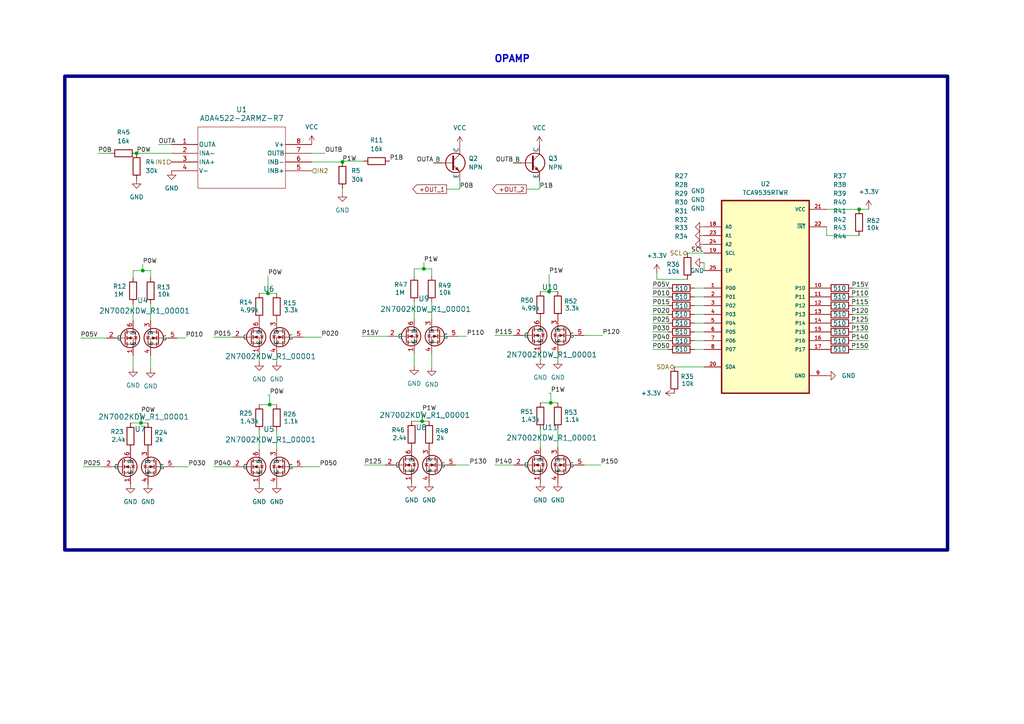
<source format=kicad_sch>
(kicad_sch (version 20230121) (generator eeschema)
  (paper "A4")
  (lib_symbols
    (symbol "2023-09-02_16-16-41:ADA4522-2ARMZ-R7" (pin_names (offset 0.254))
      (property "Reference" "U" (at 20.32 10.16 0))
      (property "Value" "ADA4522-2ARMZ-R7" (at 20.32 7.62 0))
      (symbol "ADA4522-2ARMZ-R7_0_1"
        (polyline (pts (xy 7.62 -12.7) (xy 33.02 -12.7)) (stroke (width 0.127)))
        (polyline (pts (xy 7.62 5.08) (xy 7.62 -12.7)) (stroke (width 0.127)))
        (polyline (pts (xy 33.02 -12.7) (xy 33.02 5.08)) (stroke (width 0.127)))
        (polyline (pts (xy 33.02 5.08) (xy 7.62 5.08)) (stroke (width 0.127)))
        (pin output line (at 0 0 0) (length 7.62) (name "OUTA") (number "1"))
        (pin input line (at 0 -2.54 0) (length 7.62) (name "INA-") (number "2"))
        (pin input line (at 0 -5.08 0) (length 7.62) (name "INA+") (number "3"))
        (pin power_in line (at 0 -7.62 0) (length 7.62) (name "V-") (number "4"))
        (pin input line (at 40.64 -7.62 180) (length 7.62) (name "INB+") (number "5"))
        (pin input line (at 40.64 -5.08 180) (length 7.62) (name "INB-") (number "6"))
        (pin output line (at 40.64 -2.54 180) (length 7.62) (name "OUTB") (number "7"))
        (pin power_in line (at 40.64 0 180) (length 7.62) (name "V+") (number "8"))
      )
    )
    (symbol "2023-09-03_14-36-57:2N7002KDW_R1_00001" (pin_names (offset 0.254))
      (property "Reference" "U" (at 0 17.78 0))
      (property "Value" "2N7002KDW_R1_00001" (at 0 15.24 0))
      (symbol "2N7002KDW_R1_00001_0_1"
        (circle (center -3.429 1.27) (radius 2.794) (stroke (width 0.254)))
        (circle (center -2.54 -0.508) (radius 0.254) (fill (type outline)))
        (circle (center -2.54 3.048) (radius 0.254) (fill (type outline)))
        (polyline (pts (xy -4.826 1.27) (xy -7.62 1.27)))
        (polyline (pts (xy -4.826 3.175) (xy -4.826 -0.635)) (stroke (width 0.254)))
        (polyline (pts (xy -4.318 0) (xy -4.318 -1.016)) (stroke (width 0.254)))
        (polyline (pts (xy -4.318 1.778) (xy -4.318 0.762)) (stroke (width 0.254)))
        (polyline (pts (xy -4.318 3.556) (xy -4.318 2.54)) (stroke (width 0.254)))
        (polyline (pts (xy -2.54 3.81) (xy -2.54 3.048)))
        (polyline (pts (xy 2.54 3.81) (xy 2.54 3.048)))
        (polyline (pts (xy 4.318 0) (xy 4.318 -1.016)) (stroke (width 0.254)))
        (polyline (pts (xy 4.318 1.778) (xy 4.318 0.762)) (stroke (width 0.254)))
        (polyline (pts (xy 4.318 3.556) (xy 4.318 2.54)) (stroke (width 0.254)))
        (polyline (pts (xy 4.826 1.27) (xy 7.62 1.27)))
        (polyline (pts (xy 4.826 3.175) (xy 4.826 -0.635)) (stroke (width 0.254)))
        (polyline (pts (xy -2.54 -1.27) (xy -2.54 1.27) (xy -4.318 1.27)))
        (polyline (pts (xy 2.54 -1.27) (xy 2.54 1.27) (xy 4.318 1.27)))
        (polyline (pts (xy -4.318 -0.508) (xy -1.778 -0.508) (xy -1.778 3.048) (xy -4.318 3.048)))
        (polyline (pts (xy -4.064 1.27) (xy -3.048 1.651) (xy -3.048 0.889) (xy -4.064 1.27)) (fill (type outline)))
        (polyline (pts (xy -2.286 1.778) (xy -2.159 1.651) (xy -1.397 1.651) (xy -1.27 1.524)))
        (polyline (pts (xy -1.778 1.651) (xy -2.159 1.016) (xy -1.397 1.016) (xy -1.778 1.651)))
        (polyline (pts (xy 1.778 1.651) (xy 2.159 1.016) (xy 1.397 1.016) (xy 1.778 1.651)))
        (polyline (pts (xy 2.286 1.778) (xy 2.159 1.651) (xy 1.397 1.651) (xy 1.27 1.524)))
        (polyline (pts (xy 4.064 1.27) (xy 3.048 1.651) (xy 3.048 0.889) (xy 4.064 1.27)) (fill (type outline)))
        (polyline (pts (xy 4.318 -0.508) (xy 1.778 -0.508) (xy 1.778 3.048) (xy 4.318 3.048)))
        (circle (center 2.54 -0.508) (radius 0.254) (fill (type outline)))
        (circle (center 2.54 3.048) (radius 0.254) (fill (type outline)))
        (circle (center 3.429 1.27) (radius 2.794) (stroke (width 0.254)))
      )
      (symbol "2N7002KDW_R1_00001_1_1"
        (pin passive line (at -2.54 -3.81 90) (length 2.54) (name "S") (number "1"))
        (pin input line (at -10.16 1.27 0) (length 2.54) (name "G") (number "2"))
        (pin passive line (at 2.54 6.35 270) (length 2.54) (name "D") (number "3"))
        (pin passive line (at 2.54 -3.81 90) (length 2.54) (name "S") (number "4"))
        (pin input line (at 10.16 1.27 180) (length 2.54) (name "G") (number "5"))
        (pin passive line (at -2.54 6.35 270) (length 2.54) (name "D") (number "6"))
      )
    )
    (symbol "2023-09-03_14-36-57:TCA9535RTWR" (pin_names (offset 1.016))
      (property "Reference" "U" (at -12.7 28.94 0))
      (property "Value" "TCA9535RTWR" (at -7.62 -31.75 0))
      (property "Manufacturer Part Number" "TCA9535RTWR" (at -1.27 -39.37 0))
      (property "Manufacturer" "Texas Instruments" (at -1.27 -41.91 0))
      (property "Manufacturing Note" "B" (at -1.27 -46.99 0))
      (property "Package" "SMD" (at -1.27 -44.45 0))
      (property "Description" "I/O Expander 16 I²C, SMBus 400 kHz 24-WQFN (4x4)" (at -1.27 -36.83 0))
      (symbol "TCA9535RTWR_0_0"
        (rectangle (start -12.7 27.94) (end 12.7 -27.94) (stroke (width 0.41)) (fill (type background)))
        (pin bidirectional line (at -17.78 2.54 0) (length 5.08) (name "P00") (number "1"))
        (pin bidirectional line (at 17.78 2.54 180) (length 5.08) (name "P10") (number "10"))
        (pin bidirectional line (at 17.78 0 180) (length 5.08) (name "P11") (number "11"))
        (pin bidirectional line (at 17.78 -2.54 180) (length 5.08) (name "P12") (number "12"))
        (pin bidirectional line (at 17.78 -5.08 180) (length 5.08) (name "P13") (number "13"))
        (pin bidirectional line (at 17.78 -7.62 180) (length 5.08) (name "P14") (number "14"))
        (pin bidirectional line (at 17.78 -10.16 180) (length 5.08) (name "P15") (number "15"))
        (pin bidirectional line (at 17.78 -12.7 180) (length 5.08) (name "P16") (number "16"))
        (pin bidirectional line (at 17.78 -15.24 180) (length 5.08) (name "P17") (number "17"))
        (pin input line (at -17.78 20.32 0) (length 5.08) (name "A0") (number "18"))
        (pin input line (at -17.78 12.7 0) (length 5.08) (name "SCL") (number "19"))
        (pin bidirectional line (at -17.78 0 0) (length 5.08) (name "P01") (number "2"))
        (pin bidirectional line (at -17.78 -20.32 0) (length 5.08) (name "SDA") (number "20"))
        (pin power_in line (at 17.78 25.4 180) (length 5.08) (name "VCC") (number "21"))
        (pin output line (at 17.78 20.32 180) (length 5.08) (name "~{INT}") (number "22"))
        (pin input line (at -17.78 17.78 0) (length 5.08) (name "A1") (number "23"))
        (pin input line (at -17.78 15.24 0) (length 5.08) (name "A2") (number "24"))
        (pin bidirectional line (at -17.78 7.62 0) (length 5.08) (name "EP") (number "25"))
        (pin bidirectional line (at -17.78 -2.54 0) (length 5.08) (name "P02") (number "3"))
        (pin bidirectional line (at -17.78 -5.08 0) (length 5.08) (name "P03") (number "4"))
        (pin bidirectional line (at -17.78 -7.62 0) (length 5.08) (name "P04") (number "5"))
        (pin bidirectional line (at -17.78 -10.16 0) (length 5.08) (name "P05") (number "6"))
        (pin bidirectional line (at -17.78 -12.7 0) (length 5.08) (name "P06") (number "7"))
        (pin bidirectional line (at -17.78 -15.24 0) (length 5.08) (name "P07") (number "8"))
        (pin power_in line (at 17.78 -22.86 180) (length 5.08) (name "GND") (number "9"))
      )
    )
    (symbol "Device:R" (pin_numbers hide) (pin_names (offset 0))
      (property "Reference" "R" (at 2.032 0 90))
      (property "Value" "R" (at 0 0 90))
      (symbol "R_0_1"
        (rectangle (start -1.016 -2.54) (end 1.016 2.54) (stroke (width 0.254)))
      )
      (symbol "R_1_1"
        (pin passive line (at 0 3.81 270) (length 1.27) (name "~") (number "1"))
        (pin passive line (at 0 -3.81 90) (length 1.27) (name "~") (number "2"))
      )
    )
    (symbol "Simulation_SPICE:NPN" (pin_numbers hide) (pin_names (offset 0))
      (property "Reference" "Q2" (at 5.08 1.27 0))
      (property "Value" "NPN" (at 5.08 -1.27 0))
      (symbol "NPN_0_1"
        (polyline (pts (xy -2.54 0) (xy 0.635 0)) (stroke (width 0.1524)))
        (polyline (pts (xy 0.635 0.635) (xy 2.54 2.54)))
        (polyline (pts (xy 2.794 -1.27) (xy 2.794 -1.27)) (stroke (width 0.1524)))
        (polyline (pts (xy 2.794 -1.27) (xy 2.794 -1.27)) (stroke (width 0.1524)))
        (polyline (pts (xy 0.635 -0.635) (xy 2.54 -2.54) (xy 2.54 -2.54)))
        (polyline (pts (xy 0.635 1.905) (xy 0.635 -1.905) (xy 0.635 -1.905)) (stroke (width 0.508)))
        (polyline (pts (xy 1.27 -1.778) (xy 1.778 -1.27) (xy 2.286 -2.286) (xy 1.27 -1.778) (xy 1.27 -1.778)) (fill (type outline)))
        (circle (center 1.27 0) (radius 2.8194) (stroke (width 0.254)))
      )
      (symbol "NPN_1_1"
        (pin input line (at -5.08 0 0) (length 2.54) (name "B") (number "1"))
        (pin open_emitter line (at 2.54 -5.08 90) (length 2.54) (name "E") (number "2"))
        (pin open_collector line (at 2.54 5.08 270) (length 2.54) (name "C") (number "3"))
      )
    )
    (symbol "power:+3.3V" (power) (pin_names (offset 0))
      (property "Value" "+3.3V" (at 0 3.556 0))
      (symbol "+3.3V_0_1"
        (polyline (pts (xy -0.762 1.27) (xy 0 2.54)))
        (polyline (pts (xy 0 0) (xy 0 2.54)))
        (polyline (pts (xy 0 2.54) (xy 0.762 1.27)))
      )
      (symbol "+3.3V_1_1"
        (pin power_in line (at 0 0 90) (length 0) hide (name "+3.3V") (number "1"))
      )
    )
    (symbol "power:GND" (power) (pin_names (offset 0))
      (property "Value" "GND" (at 0 -3.81 0))
      (symbol "GND_0_1"
        (polyline (pts (xy 0 0) (xy 0 -1.27) (xy 1.27 -1.27) (xy 0 -2.54) (xy -1.27 -1.27) (xy 0 -1.27)))
      )
      (symbol "GND_1_1"
        (pin power_in line (at 0 0 270) (length 0) hide (name "GND") (number "1"))
      )
    )
    (symbol "power:VCC" (power) (pin_names (offset 0))
      (property "Value" "VCC" (at 0 3.81 0))
      (symbol "VCC_0_1"
        (polyline (pts (xy -0.762 1.27) (xy 0 2.54)))
        (polyline (pts (xy 0 0) (xy 0 2.54)))
        (polyline (pts (xy 0 2.54) (xy 0.762 1.27)))
      )
      (symbol "VCC_1_1"
        (pin power_in line (at 0 0 90) (length 0) hide (name "VCC") (number "1"))
      )
    )
  )
  (junction (at 77.724 85.09))
  (junction (at 78.232 117.348))
  (junction (at 41.402 78.486))
  (junction (at 99.314 46.99))
  (junction (at 159.258 84.582))
  (junction (at 40.894 122.682))
  (junction (at 122.936 77.978))
  (junction (at 159.766 116.84))
  (junction (at 122.428 122.174))
  (junction (at 249.174 60.706))
  (junction (at 39.624 44.45))
  (wire (pts (xy 28.448 44.45) (xy 32.004 44.45)))
  (wire (pts (xy 43.688 78.486) (xy 43.688 80.518)))
  (wire (pts (xy 92.71 135.382) (xy 87.884 135.382)))
  (wire (pts (xy 199.39 81.026) (xy 190.5 81.026)))
  (wire (pts (xy 78.232 114.554) (xy 78.232 117.348)))
  (wire (pts (xy 93.218 97.79) (xy 87.884 97.79)))
  (wire (pts (xy 54.61 135.382) (xy 50.546 135.382)))
  (wire (pts (xy 152.654 54.864) (xy 156.464 54.864)))
  (wire (pts (xy 61.976 135.382) (xy 67.564 135.382)))
  (wire (pts (xy 45.974 41.91) (xy 49.784 41.91)))
  (wire (pts (xy 80.264 102.87) (xy 80.264 104.902)))
  (wire (pts (xy 251.968 96.266) (xy 247.396 96.266)))
  (wire (pts (xy 156.718 102.362) (xy 156.718 104.394)))
  (wire (pts (xy 75.184 85.09) (xy 77.724 85.09)))
  (wire (pts (xy 174.752 97.282) (xy 169.418 97.282)))
  (wire (pts (xy 43.688 103.124) (xy 43.688 106.934)))
  (wire (pts (xy 43.688 88.138) (xy 43.688 92.964)))
  (wire (pts (xy 41.402 78.486) (xy 43.688 78.486)))
  (wire (pts (xy 251.968 93.726) (xy 247.396 93.726)))
  (wire (pts (xy 38.608 88.138) (xy 38.608 92.964)))
  (wire (pts (xy 189.23 101.346) (xy 193.802 101.346)))
  (wire (pts (xy 90.424 46.99) (xy 99.314 46.99)))
  (wire (pts (xy 156.718 84.582) (xy 159.258 84.582)))
  (wire (pts (xy 201.422 98.806) (xy 204.216 98.806)))
  (wire (pts (xy 99.314 46.736) (xy 99.314 46.99)))
  (wire (pts (xy 41.402 76.708) (xy 41.402 78.486)))
  (wire (pts (xy 189.23 93.726) (xy 193.802 93.726)))
  (wire (pts (xy 159.258 84.582) (xy 161.798 84.582)))
  (wire (pts (xy 161.798 124.46) (xy 161.798 129.794)))
  (wire (pts (xy 249.174 68.326) (xy 239.776 68.326)))
  (wire (pts (xy 105.664 134.874) (xy 111.76 134.874)))
  (wire (pts (xy 122.936 77.978) (xy 125.222 77.978)))
  (wire (pts (xy 40.894 122.682) (xy 42.926 122.682)))
  (wire (pts (xy 156.464 54.864) (xy 156.464 52.324)))
  (wire (pts (xy 75.184 102.87) (xy 75.184 104.902)))
  (wire (pts (xy 37.846 122.682) (xy 40.894 122.682)))
  (wire (pts (xy 159.766 114.046) (xy 159.258 114.046)))
  (wire (pts (xy 129.54 54.864) (xy 133.35 54.864)))
  (wire (pts (xy 39.624 44.45) (xy 49.784 44.45)))
  (wire (pts (xy 251.968 60.706) (xy 249.174 60.706)))
  (wire (pts (xy 77.724 80.01) (xy 77.724 85.09)))
  (wire (pts (xy 251.968 98.806) (xy 247.396 98.806)))
  (wire (pts (xy 122.936 76.2) (xy 122.936 77.978)))
  (wire (pts (xy 201.422 88.646) (xy 204.216 88.646)))
  (wire (pts (xy 80.264 124.968) (xy 80.264 130.302)))
  (wire (pts (xy 40.894 119.888) (xy 40.894 122.682)))
  (wire (pts (xy 135.382 97.536) (xy 132.842 97.536)))
  (wire (pts (xy 40.894 119.888) (xy 40.386 119.888)))
  (wire (pts (xy 143.51 134.874) (xy 149.098 134.874)))
  (wire (pts (xy 77.724 85.09) (xy 80.264 85.09)))
  (wire (pts (xy 78.232 117.348) (xy 80.264 117.348)))
  (wire (pts (xy 201.422 101.346) (xy 204.216 101.346)))
  (wire (pts (xy 189.23 98.806) (xy 193.802 98.806)))
  (wire (pts (xy 195.58 106.426) (xy 204.216 106.426)))
  (wire (pts (xy 189.23 96.266) (xy 193.802 96.266)))
  (wire (pts (xy 125.222 102.616) (xy 125.222 106.426)))
  (wire (pts (xy 201.422 91.186) (xy 204.216 91.186)))
  (wire (pts (xy 174.244 134.874) (xy 169.418 134.874)))
  (wire (pts (xy 251.968 83.566) (xy 247.396 83.566)))
  (wire (pts (xy 239.776 68.326) (xy 239.776 65.786)))
  (wire (pts (xy 38.608 78.486) (xy 41.402 78.486)))
  (wire (pts (xy 189.23 88.646) (xy 193.802 88.646)))
  (wire (pts (xy 199.39 73.406) (xy 204.216 73.406)))
  (wire (pts (xy 251.968 91.186) (xy 247.396 91.186)))
  (wire (pts (xy 61.976 97.79) (xy 67.564 97.79)))
  (wire (pts (xy 53.848 98.044) (xy 51.308 98.044)))
  (wire (pts (xy 24.13 135.382) (xy 30.226 135.382)))
  (wire (pts (xy 143.51 97.282) (xy 149.098 97.282)))
  (wire (pts (xy 38.608 78.486) (xy 38.608 80.518)))
  (wire (pts (xy 159.258 79.502) (xy 159.258 84.582)))
  (wire (pts (xy 156.718 116.84) (xy 159.766 116.84)))
  (wire (pts (xy 159.766 114.046) (xy 159.766 116.84)))
  (wire (pts (xy 251.968 101.346) (xy 247.396 101.346)))
  (wire (pts (xy 125.222 77.978) (xy 125.222 80.01)))
  (wire (pts (xy 99.314 54.61) (xy 99.314 55.88)))
  (wire (pts (xy 94.234 44.45) (xy 90.424 44.45)))
  (wire (pts (xy 120.142 87.63) (xy 120.142 92.456)))
  (wire (pts (xy 136.144 134.874) (xy 132.08 134.874)))
  (wire (pts (xy 75.184 124.968) (xy 75.184 130.302)))
  (wire (pts (xy 201.422 93.726) (xy 204.216 93.726)))
  (wire (pts (xy 251.968 88.646) (xy 247.396 88.646)))
  (wire (pts (xy 189.23 91.186) (xy 193.802 91.186)))
  (wire (pts (xy 122.428 119.38) (xy 121.92 119.38)))
  (wire (pts (xy 161.798 102.362) (xy 161.798 104.394)))
  (wire (pts (xy 189.23 86.106) (xy 193.802 86.106)))
  (wire (pts (xy 120.142 77.978) (xy 120.142 80.01)))
  (wire (pts (xy 159.766 116.84) (xy 161.798 116.84)))
  (wire (pts (xy 119.38 122.174) (xy 122.428 122.174)))
  (wire (pts (xy 23.368 98.044) (xy 30.988 98.044)))
  (wire (pts (xy 122.428 122.174) (xy 124.46 122.174)))
  (wire (pts (xy 104.902 97.536) (xy 112.522 97.536)))
  (wire (pts (xy 78.232 114.554) (xy 77.724 114.554)))
  (wire (pts (xy 125.222 87.63) (xy 125.222 92.456)))
  (wire (pts (xy 190.5 81.026) (xy 190.5 79.248)))
  (wire (pts (xy 120.142 77.978) (xy 122.936 77.978)))
  (wire (pts (xy 38.608 103.124) (xy 38.608 106.68)))
  (wire (pts (xy 201.422 96.266) (xy 204.216 96.266)))
  (wire (pts (xy 156.718 124.46) (xy 156.718 129.794)))
  (wire (pts (xy 189.23 83.566) (xy 193.802 83.566)))
  (wire (pts (xy 249.174 60.706) (xy 239.776 60.706)))
  (wire (pts (xy 105.41 46.736) (xy 99.314 46.736)))
  (wire (pts (xy 201.422 83.566) (xy 204.216 83.566)))
  (wire (pts (xy 75.184 117.348) (xy 78.232 117.348)))
  (wire (pts (xy 251.968 86.106) (xy 247.396 86.106)))
  (wire (pts (xy 122.428 119.38) (xy 122.428 122.174)))
  (wire (pts (xy 120.142 102.616) (xy 120.142 106.172)))
  (wire (pts (xy 204.216 76.2) (xy 204.216 78.486)))
  (wire (pts (xy 133.35 54.864) (xy 133.35 52.324)))
  (wire (pts (xy 201.422 86.106) (xy 204.216 86.106)))
  (rectangle (start 18.796 22.098) (end 274.828 159.512) (stroke (width 1) (color 0 0 132 1)))
  (text "OPAMP\n\n" (at 143.256 21.59 0) (effects (font (size 2 2) (thickness 0.4) bold) (justify left bottom)))
  (label "OUTA" (at 45.974 41.91 0))
  (label "P1W" (at 159.258 79.502 0))
  (label "P0W" (at 39.624 44.45 0))
  (label "P025" (at 24.13 135.382 0))
  (label "P030" (at 54.61 135.382 0))
  (label "SCL" (at 200.406 73.406 0))
  (label "P020" (at 93.218 97.79 0))
  (label "OUTA" (at 125.73 47.244 180))
  (label "P125" (at 251.968 93.726 180))
  (label "P130" (at 136.144 134.874 0))
  (label "P030" (at 189.23 96.266 0))
  (label "P1B" (at 113.03 46.736 0))
  (label "P150" (at 251.968 101.346 180))
  (label "P010" (at 53.848 98.044 0))
  (label "P050" (at 92.71 135.382 0))
  (label "P0W" (at 41.402 76.708 0))
  (label "P020" (at 189.23 91.186 0))
  (label "OUTB" (at 148.844 47.244 180))
  (label "OUTB" (at 94.234 44.45 0))
  (label "P040" (at 61.976 135.382 0))
  (label "P150" (at 174.244 134.874 0))
  (label "P0B" (at 28.448 44.45 0))
  (label "P15V" (at 104.902 97.536 0))
  (label "P015" (at 61.976 97.79 0))
  (label "P110" (at 135.382 97.536 0))
  (label "P1W" (at 159.766 114.046 0))
  (label "P120" (at 174.752 97.282 0))
  (label "P1B" (at 156.464 54.864 0))
  (label "P025" (at 189.23 93.726 0))
  (label "P15V" (at 251.968 83.566 180))
  (label "P05V" (at 189.23 83.566 0))
  (label "P040" (at 189.23 98.806 0))
  (label "P115" (at 143.51 97.282 0))
  (label "P05V" (at 23.368 98.044 0))
  (label "P015" (at 189.23 88.646 0))
  (label "P1W" (at 122.428 119.38 0))
  (label "P1W" (at 122.936 76.2 0))
  (label "P110" (at 251.968 86.106 180))
  (label "P1W" (at 99.314 46.99 0))
  (label "P140" (at 143.51 134.874 0))
  (label "P050" (at 189.23 101.346 0))
  (label "P140" (at 251.968 98.806 180))
  (label "P010" (at 189.23 86.106 0))
  (label "P125" (at 105.664 134.874 0))
  (label "P0B" (at 133.35 54.864 0))
  (label "P120" (at 251.968 91.186 180))
  (label "P0W" (at 40.894 119.888 0))
  (label "P0W" (at 78.232 114.554 0))
  (label "P130" (at 251.968 96.266 180))
  (label "P115" (at 251.968 88.646 180))
  (label "P0W" (at 77.724 80.01 0))
  (global_label "+OUT_2" (shape output) (at 152.654 54.864 180) (property "Intersheetrefs" "${INTERSHEET_REFS}" (effects hide)))
  (global_label "+OUT_1" (shape output) (at 129.54 54.864 180) (property "Intersheetrefs" "${INTERSHEET_REFS}" (effects hide)))
  (hierarchical_label "IN1" (shape input) (at 49.784 46.99 180))
  (hierarchical_label "SDA" (shape bidirectional) (at 195.58 106.426 180))
  (hierarchical_label "SCL" (shape bidirectional) (at 199.39 73.406 180))
  (hierarchical_label "IN2" (shape input) (at 90.424 49.53 0))
  (symbol (lib_id "power:GND") (at 161.798 139.954 0) (unit 1)
    (property "Reference" "#PWR099" (effects hide))
    (property "Value" "GND" (at 161.798 145.034 0))
  )
  (symbol (lib_id "power:GND") (at 39.624 52.07 0) (unit 1)
    (property "Reference" "#PWR011" (effects hide))
    (property "Value" "GND" (at 39.624 57.15 0))
  )
  (symbol (lib_id "Simulation_SPICE:NPN") (at 130.81 47.244 0) (unit 1)
    (property "Reference" "Q2" (at 135.89 45.974 0) (effects (justify left)))
    (property "Value" "NPN" (at 135.89 48.514 0) (effects (justify left)))
    (property "Footprint" "Package_TO_SOT_SMD:SOT-23" (effects hide))
    (property "Sim.Device" "NPN" (effects hide))
    (property "Sim.Type" "GUMMELPOON" (effects hide))
    (property "Sim.Pins" "1=B 2=C 3=E" (effects hide))
    (property "Manufacturer" "On Semiconductor" (effects hide))
    (property "Manufacturer Part Number" "NSS60201LT1G" (effects hide))
    (property "Description" "TRANS NPN 60V 2A SOT23-3" (effects hide))
    (property "Long Description" "Bipolar (BJT) Transistor NPN 60 V 2 A 100MHz 460 mW Surface Mount SOT-23-3 (TO-236)" (effects hide))
    (property "Package" "SOT23-3" (effects hide))
    (property "Manufacturing Note" "B" (effects hide))
  )
  (symbol (lib_id "Device:R") (at 243.586 93.726 270) (mirror x) (unit 1)
    (property "Reference" "R41" (at 243.586 61.214 90))
    (property "Value" "510" (at 243.586 96.266 90))
    (property "Footprint" "Resistor_SMD:R_0402_1005Metric" (effects hide))
    (property "Manufacturer" "Yageo" (effects hide))
    (property "Manufacturer Part Number" "RC0402FR-10510RL" (effects hide))
    (property "Manufacturing Note" "D" (effects hide))
    (property "Description" "RES 510 OHM 1% 1/16W 0402" (effects hide))
    (property "Long Description" "510 Ohms ±1% 0.063W, 1/16W Chip Resistor 0402 (1005 Metric) Thick Film" (effects hide))
  )
  (symbol (lib_id "power:GND") (at 204.216 68.326 270) (unit 1)
    (property "Reference" "#PWR089" (effects hide))
    (property "Value" "GND" (at 204.47 57.912 90) (effects (justify right)))
  )
  (symbol (lib_id "Device:R") (at 42.926 126.492 0) (unit 1)
    (property "Reference" "R24" (at 44.704 125.476 0) (effects (justify left)))
    (property "Value" "2k" (at 44.958 127.508 0) (effects (justify left)))
    (property "Footprint" "Resistor_SMD:R_0402_1005Metric" (effects hide))
    (property "Manufacturer" "Yageo" (effects hide))
    (property "Manufacturer Part Number" "RC0402FR-072KL" (effects hide))
    (property "Manufacturing Note" "D" (effects hide))
    (property "Description" "RES 2K OHM 1% 1/16W 0402" (effects hide))
    (property "Long Description" "2 kOhms ±1% 0.063W, 1/16W Chip Resistor 0402 (1005 Metric) Thick Film" (effects hide))
  )
  (symbol (lib_id "2023-09-03_14-36-57:2N7002KDW_R1_00001") (at 121.92 136.144 0) (unit 1)
    (property "Reference" "U8" (at 122.174 123.952 0) (effects (font (size 1.524 1.524))))
    (property "Value" "2N7002KDW_R1_00001" (at 123.19 120.396 0) (effects (font (size 1.524 1.524))))
    (property "Footprint" "SOT-363-6_2P2X1P35_ONS" (effects hide))
    (property "Datasheet" "2N7002KDW_R1_00001" (effects hide))
    (property "Manufacturer" "Panjit International Inc." (effects hide))
    (property "Manufacturer Part Number" "2N7002KDW_R1_00001" (effects hide))
    (property "Description" "MOSFET 2N-CH 60V 0.115A SOT363" (effects hide))
    (property "Manufacturing Note" "B" (effects hide))
    (property "Package" "SOT363" (effects hide))
  )
  (symbol (lib_id "Device:R") (at 80.264 121.158 0) (unit 1)
    (property "Reference" "R26" (at 82.042 120.142 0) (effects (justify left)))
    (property "Value" "1.1k" (at 82.296 122.174 0) (effects (justify left)))
    (property "Footprint" "Resistor_SMD:R_0402_1005Metric" (effects hide))
    (property "Manufacturer" "Yageo" (effects hide))
    (property "Manufacturer Part Number" "RT0402BRD071K1L" (effects hide))
    (property "Manufacturing Note" "D" (effects hide))
    (property "Description" "RES SMD 1.1KOHM 0.1% 1/16W 0402" (effects hide))
    (property "Long Description" "1.1 kOhms ±0.1% 0.063W, 1/16W Chip Resistor 0402 (1005 Metric) Thick Film" (effects hide))
  )
  (symbol (lib_id "Device:R") (at 43.688 84.328 0) (unit 1)
    (property "Reference" "R13" (at 45.466 83.312 0) (effects (justify left)))
    (property "Value" "10k" (at 45.72 85.344 0) (effects (justify left)))
    (property "Footprint" "Resistor_SMD:R_0402_1005Metric" (effects hide))
    (property "Manufacturer" "Yageo" (effects hide))
    (property "Manufacturer Part Number" "RC0402FR-1010KL" (effects hide))
    (property "Manufacturing Note" "D" (effects hide))
    (property "Description" "RES 10K OHM 1% 1/16W 0402" (effects hide))
    (property "Long Description" "10 kOhms ±1% 0.063W, 1/16W Chip Resistor 0402 (1005 Metric) Thick Film" (effects hide))
  )
  (symbol (lib_id "2023-09-03_14-36-57:2N7002KDW_R1_00001") (at 159.258 136.144 0) (unit 1)
    (property "Reference" "U11" (at 159.512 123.952 0) (effects (font (size 1.524 1.524))))
    (property "Value" "2N7002KDW_R1_00001" (at 160.02 127 0) (effects (font (size 1.524 1.524))))
    (property "Footprint" "SOT-363-6_2P2X1P35_ONS" (effects hide))
    (property "Datasheet" "2N7002KDW_R1_00001" (effects hide))
    (property "Manufacturer" "Panjit International Inc." (effects hide))
    (property "Manufacturer Part Number" "2N7002KDW_R1_00001" (effects hide))
    (property "Description" "MOSFET 2N-CH 60V 0.115A SOT363" (effects hide))
    (property "Manufacturing Note" "B" (effects hide))
    (property "Package" "SOT363" (effects hide))
  )
  (symbol (lib_id "Device:R") (at 197.612 93.726 90) (unit 1)
    (property "Reference" "R31" (at 197.612 61.214 90))
    (property "Value" "510" (at 197.612 96.266 90))
    (property "Footprint" "Resistor_SMD:R_0402_1005Metric" (effects hide))
    (property "Manufacturer" "Yageo" (effects hide))
    (property "Manufacturer Part Number" "RC0402FR-10510RL" (effects hide))
    (property "Manufacturing Note" "D" (effects hide))
    (property "Description" "RES 510 OHM 1% 1/16W 0402" (effects hide))
    (property "Long Description" "510 Ohms ±1% 0.063W, 1/16W Chip Resistor 0402 (1005 Metric) Thick Film" (effects hide))
  )
  (symbol (lib_id "Device:R") (at 156.718 88.392 0) (unit 1)
    (property "Reference" "R50" (at 150.876 87.122 0) (effects (justify left)))
    (property "Value" "4.99k" (at 151.13 89.408 0) (effects (justify left)))
    (property "Footprint" "Resistor_SMD:R_0402_1005Metric" (effects hide))
    (property "Manufacturer" "Yageo" (effects hide))
    (property "Manufacturer Part Number" "RC0402FR-074K99L" (effects hide))
    (property "Manufacturing Note" "D" (effects hide))
    (property "Description" "RES 4.99K OHM 1% 1/16W 0402" (effects hide))
    (property "Long Description" "4.99 kOhms ±1% 0.063W, 1/16W Chip Resistor 0402 (1005 Metric) Thick Film" (effects hide))
  )
  (symbol (lib_id "power:GND") (at 37.846 140.462 0) (unit 1)
    (property "Reference" "#PWR081" (effects hide))
    (property "Value" "GND" (at 37.846 145.542 0))
  )
  (symbol (lib_id "Device:R") (at 197.612 91.186 90) (unit 1)
    (property "Reference" "R30" (at 197.612 58.674 90))
    (property "Value" "510" (at 197.6667 88.7144 90))
    (property "Footprint" "Resistor_SMD:R_0402_1005Metric" (effects hide))
    (property "Manufacturer" "Yageo" (effects hide))
    (property "Manufacturer Part Number" "RC0402FR-10510RL" (effects hide))
    (property "Manufacturing Note" "D" (effects hide))
    (property "Description" "RES 510 OHM 1% 1/16W 0402" (effects hide))
    (property "Long Description" "510 Ohms ±1% 0.063W, 1/16W Chip Resistor 0402 (1005 Metric) Thick Film" (effects hide))
  )
  (symbol (lib_id "Device:R") (at 80.264 88.9 0) (unit 1)
    (property "Reference" "R15" (at 82.042 87.884 0) (effects (justify left)))
    (property "Value" "3.3k" (at 82.296 89.916 0) (effects (justify left)))
    (property "Footprint" "Resistor_SMD:R_0402_1005Metric" (effects hide))
    (property "Manufacturer" "Yageo" (effects hide))
    (property "Manufacturer Part Number" "RC0402FR-073K3L" (effects hide))
    (property "Manufacturing Note" "D" (effects hide))
    (property "Description" "RES 3.3K OHM 1% 1/16W 0402" (effects hide))
    (property "Long Description" "3.3 kOhms ±1% 0.063W, 1/16W Chip Resistor 0402 (1005 Metric) Thick Film" (effects hide))
  )
  (symbol (lib_id "power:VCC") (at 90.424 41.91 0) (unit 1)
    (property "Reference" "#PWR09" (effects hide))
    (property "Value" "VCC" (at 90.424 36.83 0))
  )
  (symbol (lib_id "Device:R") (at 161.798 88.392 0) (unit 1)
    (property "Reference" "R52" (at 163.576 87.376 0) (effects (justify left)))
    (property "Value" "3.3k" (at 163.83 89.408 0) (effects (justify left)))
    (property "Footprint" "Resistor_SMD:R_0402_1005Metric" (effects hide))
    (property "Manufacturer" "Yageo" (effects hide))
    (property "Manufacturer Part Number" "RC0402FR-073K3L" (effects hide))
    (property "Manufacturing Note" "D" (effects hide))
    (property "Description" "RES 3.3K OHM 1% 1/16W 0402" (effects hide))
    (property "Long Description" "3.3 kOhms ±1% 0.063W, 1/16W Chip Resistor 0402 (1005 Metric) Thick Film" (effects hide))
  )
  (symbol (lib_id "power:GND") (at 43.688 106.934 0) (unit 1)
    (property "Reference" "#PWR013" (effects hide))
    (property "Value" "GND" (at 43.688 112.014 0))
  )
  (symbol (lib_id "Device:R") (at 243.586 101.346 270) (mirror x) (unit 1)
    (property "Reference" "R44" (at 243.586 68.58 90))
    (property "Value" "510" (at 243.5313 98.8744 90))
    (property "Footprint" "Resistor_SMD:R_0402_1005Metric" (effects hide))
    (property "Manufacturer" "Yageo" (effects hide))
    (property "Manufacturer Part Number" "RC0402FR-10510RL" (effects hide))
    (property "Manufacturing Note" "D" (effects hide))
    (property "Description" "RES 510 OHM 1% 1/16W 0402" (effects hide))
    (property "Long Description" "510 Ohms ±1% 0.063W, 1/16W Chip Resistor 0402 (1005 Metric) Thick Film" (effects hide))
  )
  (symbol (lib_id "Device:R") (at 99.314 50.8 0) (unit 1)
    (property "Reference" "R5" (at 101.854 49.53 0) (effects (justify left)))
    (property "Value" "30k" (at 101.854 52.07 0) (effects (justify left)))
    (property "Footprint" "Resistor_SMD:R_0402_1005Metric" (effects hide))
    (property "Manufacturer" "Yageo" (effects hide))
    (property "Manufacturer Part Number" "RT0402BRD0730KL" (effects hide))
    (property "Manufacturing Note" "D" (effects hide))
    (property "Description" "RES 30K OHM 1% 1/16W 0402" (effects hide))
    (property "Long Description" "30 kOhms ±0.1% 0.063W, 1/16W Chip Resistor 0402 (1005 Metric) Thick Film" (effects hide))
  )
  (symbol (lib_id "Device:R") (at 37.846 126.492 0) (unit 1)
    (property "Reference" "R23" (at 32.004 125.222 0) (effects (justify left)))
    (property "Value" "2.4k" (at 32.258 127.508 0) (effects (justify left)))
    (property "Footprint" "Resistor_SMD:R_0402_1005Metric" (effects hide))
    (property "Manufacturer" "Yageo" (effects hide))
    (property "Manufacturer Part Number" "RC0402FR-072K4L" (effects hide))
    (property "Manufacturing Note" "D" (effects hide))
    (property "Description" "RES 2.4K OHM 1% 1/16W 0402" (effects hide))
    (property "Long Description" "2.4 kOhms ±1% 0.063W, 1/16W Chip Resistor 0402 (1005 Metric) Thick Film" (effects hide))
  )
  (symbol (lib_id "power:GND") (at 204.216 65.786 270) (unit 1)
    (property "Reference" "#PWR088" (effects hide))
    (property "Value" "GND" (at 204.47 55.372 90) (effects (justify right)))
  )
  (symbol (lib_id "2023-09-03_14-36-57:2N7002KDW_R1_00001") (at 122.682 98.806 0) (unit 1)
    (property "Reference" "U9" (at 122.936 86.614 0) (effects (font (size 1.524 1.524))))
    (property "Value" "2N7002KDW_R1_00001" (at 123.444 89.662 0) (effects (font (size 1.524 1.524))))
    (property "Footprint" "SOT-363-6_2P2X1P35_ONS" (effects hide))
    (property "Datasheet" "2N7002KDW_R1_00001" (effects hide))
    (property "Manufacturer" "Panjit International Inc." (effects hide))
    (property "Manufacturer Part Number" "2N7002KDW_R1_00001" (effects hide))
    (property "Description" "MOSFET 2N-CH 60V 0.115A SOT363" (effects hide))
    (property "Manufacturing Note" "B" (effects hide))
    (property "Package" "SOT363" (effects hide))
  )
  (symbol (lib_id "2023-09-03_14-36-57:2N7002KDW_R1_00001") (at 159.258 98.552 0) (unit 1)
    (property "Reference" "U10" (at 159.512 83.312 0) (effects (font (size 1.524 1.524))))
    (property "Value" "2N7002KDW_R1_00001" (at 160.02 102.87 0) (effects (font (size 1.524 1.524))))
    (property "Footprint" "SOT-363-6_2P2X1P35_ONS" (effects hide))
    (property "Datasheet" "2N7002KDW_R1_00001" (effects hide))
    (property "Manufacturer" "Panjit International Inc." (effects hide))
    (property "Manufacturer Part Number" "2N7002KDW_R1_00001" (effects hide))
    (property "Description" "MOSFET 2N-CH 60V 0.115A SOT363" (effects hide))
    (property "Manufacturing Note" "B" (effects hide))
    (property "Package" "SOT363" (effects hide))
  )
  (symbol (lib_id "Device:R") (at 124.46 125.984 0) (unit 1)
    (property "Reference" "R48" (at 126.238 124.968 0) (effects (justify left)))
    (property "Value" "2k" (at 126.492 127 0) (effects (justify left)))
    (property "Footprint" "Resistor_SMD:R_0402_1005Metric" (effects hide))
    (property "Manufacturer" "Yageo" (effects hide))
    (property "Manufacturer Part Number" "RC0402FR-072KL" (effects hide))
    (property "Manufacturing Note" "D" (effects hide))
    (property "Description" "RES 2K OHM 1% 1/16W 0402" (effects hide))
    (property "Long Description" "2 kOhms ±1% 0.063W, 1/16W Chip Resistor 0402 (1005 Metric) Thick Film" (effects hide))
  )
  (symbol (lib_id "2023-09-03_14-36-57:2N7002KDW_R1_00001") (at 77.724 136.652 0) (unit 1)
    (property "Reference" "U5" (at 77.978 124.46 0) (effects (font (size 1.524 1.524))))
    (property "Value" "2N7002KDW_R1_00001" (at 78.486 127.508 0) (effects (font (size 1.524 1.524))))
    (property "Footprint" "SOT-363-6_2P2X1P35_ONS" (effects hide))
    (property "Datasheet" "2N7002KDW_R1_00001" (effects hide))
    (property "Manufacturer" "Panjit International Inc." (effects hide))
    (property "Manufacturer Part Number" "2N7002KDW_R1_00001" (effects hide))
    (property "Description" "MOSFET 2N-CH 60V 0.115A SOT363" (effects hide))
    (property "Manufacturing Note" "B" (effects hide))
    (property "Package" "SOT363" (effects hide))
  )
  (symbol (lib_id "Device:R") (at 119.38 125.984 0) (unit 1)
    (property "Reference" "R46" (at 113.538 124.714 0) (effects (justify left)))
    (property "Value" "2.4k" (at 113.792 127 0) (effects (justify left)))
    (property "Footprint" "Resistor_SMD:R_0402_1005Metric" (effects hide))
    (property "Manufacturer" "Yageo" (effects hide))
    (property "Manufacturer Part Number" "RC0402FR-072K4L" (effects hide))
    (property "Manufacturing Note" "D" (effects hide))
    (property "Description" "RES 2.4K OHM 1% 1/16W 0402" (effects hide))
    (property "Long Description" "2.4 kOhms ±1% 0.063W, 1/16W Chip Resistor 0402 (1005 Metric) Thick Film" (effects hide))
  )
  (symbol (lib_id "Device:R") (at 243.586 83.566 270) (mirror x) (unit 1)
    (property "Reference" "R37" (at 243.586 51.054 90))
    (property "Value" "510" (at 243.586 86.106 90))
    (property "Footprint" "Resistor_SMD:R_0402_1005Metric" (effects hide))
    (property "Manufacturer" "Yageo" (effects hide))
    (property "Manufacturer Part Number" "RC0402FR-10510RL" (effects hide))
    (property "Manufacturing Note" "D" (effects hide))
    (property "Description" "RES 510 OHM 1% 1/16W 0402" (effects hide))
    (property "Long Description" "510 Ohms ±1% 0.063W, 1/16W Chip Resistor 0402 (1005 Metric) Thick Film" (effects hide))
  )
  (symbol (lib_id "Device:R") (at 249.174 64.516 0) (mirror y) (unit 1)
    (property "Reference" "R62" (at 255.27 64.008 0) (effects (justify left)))
    (property "Value" "10k" (at 255.016 66.04 0) (effects (justify left)))
    (property "Footprint" "Resistor_SMD:R_0402_1005Metric" (effects hide))
    (property "Manufacturer" "Yageo" (effects hide))
    (property "Manufacturer Part Number" "RC0402FR-1010KL" (effects hide))
    (property "Manufacturing Note" "D" (effects hide))
    (property "Description" "RES 10K OHM 1% 1/16W 0402" (effects hide))
    (property "Long Description" "10 kOhms ±1% 0.063W, 1/16W Chip Resistor 0402 (1005 Metric) Thick Film" (effects hide))
  )
  (symbol (lib_id "2023-09-03_14-36-57:TCA9535RTWR") (at 221.996 86.106 0) (unit 1)
    (property "Reference" "U2" (at 221.996 53.34 0))
    (property "Value" "TCA9535RTWR" (at 221.996 55.88 0))
    (property "Footprint" "Library:QFN50P400X400X80-25N" (effects hide))
    (property "Manufacturer Part Number" "TCA9535RTWR" (effects hide))
    (property "Manufacturer" "Texas Instruments" (effects hide))
    (property "Manufacturing Note" "B" (effects hide))
    (property "Package" "SMD" (effects hide))
    (property "Description" "I/O Expander 16 I²C, SMBus 400 kHz 24-WQFN (4x4)" (effects hide))
  )
  (symbol (lib_id "Device:R") (at 197.612 98.806 90) (unit 1)
    (property "Reference" "R33" (at 197.612 66.04 90))
    (property "Value" "510" (at 197.612 101.346 90))
    (property "Footprint" "Resistor_SMD:R_0402_1005Metric" (effects hide))
    (property "Manufacturer" "Yageo" (effects hide))
    (property "Manufacturer Part Number" "RC0402FR-10510RL" (effects hide))
    (property "Manufacturing Note" "D" (effects hide))
    (property "Description" "RES 510 OHM 1% 1/16W 0402" (effects hide))
    (property "Long Description" "510 Ohms ±1% 0.063W, 1/16W Chip Resistor 0402 (1005 Metric) Thick Film" (effects hide))
  )
  (symbol (lib_id "Device:R") (at 243.586 91.186 270) (mirror x) (unit 1)
    (property "Reference" "R40" (at 243.586 58.674 90))
    (property "Value" "510" (at 243.5313 88.7144 90))
    (property "Footprint" "Resistor_SMD:R_0402_1005Metric" (effects hide))
    (property "Manufacturer" "Yageo" (effects hide))
    (property "Manufacturer Part Number" "RC0402FR-10510RL" (effects hide))
    (property "Manufacturing Note" "D" (effects hide))
    (property "Description" "RES 510 OHM 1% 1/16W 0402" (effects hide))
    (property "Long Description" "510 Ohms ±1% 0.063W, 1/16W Chip Resistor 0402 (1005 Metric) Thick Film" (effects hide))
  )
  (symbol (lib_id "power:GND") (at 239.776 108.966 90) (unit 1)
    (property "Reference" "#PWR086" (effects hide))
    (property "Value" "GND" (at 244.094 108.966 90) (effects (justify right)))
  )
  (symbol (lib_id "power:GND") (at 99.314 55.88 0) (unit 1)
    (property "Reference" "#PWR014" (effects hide))
    (property "Value" "GND" (at 99.314 60.96 0))
  )
  (symbol (lib_id "power:GND") (at 75.184 140.462 0) (unit 1)
    (property "Reference" "#PWR083" (effects hide))
    (property "Value" "GND" (at 75.184 145.542 0))
  )
  (symbol (lib_id "Device:R") (at 35.814 44.45 90) (unit 1)
    (property "Reference" "R45" (at 35.814 38.354 90))
    (property "Value" "16k" (at 35.814 40.894 90))
    (property "Footprint" "Resistor_SMD:R_0402_1005Metric" (effects hide))
    (property "Manufacturer" "Yageo" (effects hide))
    (property "Manufacturer Part Number" "RC0402FR-1016KL" (effects hide))
    (property "Manufacturing Note" "D" (effects hide))
    (property "Description" "RES 16K OHM 1% 1/16W 0402" (effects hide))
    (property "Long Description" "16 kOhms ±1% 0.063W, 1/16W Chip Resistor 0402 (1005 Metric) Thick Film" (effects hide))
  )
  (symbol (lib_id "Device:R") (at 243.586 96.266 270) (mirror x) (unit 1)
    (property "Reference" "R42" (at 243.586 63.754 90))
    (property "Value" "510" (at 243.5313 93.7944 90))
    (property "Footprint" "Resistor_SMD:R_0402_1005Metric" (effects hide))
    (property "Manufacturer" "Yageo" (effects hide))
    (property "Manufacturer Part Number" "RC0402FR-10510RL" (effects hide))
    (property "Manufacturing Note" "D" (effects hide))
    (property "Description" "RES 510 OHM 1% 1/16W 0402" (effects hide))
    (property "Long Description" "510 Ohms ±1% 0.063W, 1/16W Chip Resistor 0402 (1005 Metric) Thick Film" (effects hide))
  )
  (symbol (lib_id "Device:R") (at 199.39 77.216 0) (unit 1)
    (property "Reference" "R36" (at 193.294 76.708 0) (effects (justify left)))
    (property "Value" "10k" (at 193.548 78.74 0) (effects (justify left)))
    (property "Footprint" "Resistor_SMD:R_0402_1005Metric" (effects hide))
    (property "Manufacturer" "Yageo" (effects hide))
    (property "Manufacturer Part Number" "RC0402FR-1010KL" (effects hide))
    (property "Manufacturing Note" "D" (effects hide))
    (property "Description" "RES 10K OHM 1% 1/16W 0402" (effects hide))
    (property "Long Description" "10 kOhms ±1% 0.063W, 1/16W Chip Resistor 0402 (1005 Metric) Thick Film" (effects hide))
  )
  (symbol (lib_id "2023-09-03_14-36-57:2N7002KDW_R1_00001") (at 40.386 136.652 0) (unit 1)
    (property "Reference" "U7" (at 40.64 124.46 0) (effects (font (size 1.524 1.524))))
    (property "Value" "2N7002KDW_R1_00001" (at 41.656 120.904 0) (effects (font (size 1.524 1.524))))
    (property "Footprint" "SOT-363-6_2P2X1P35_ONS" (effects hide))
    (property "Datasheet" "2N7002KDW_R1_00001" (effects hide))
    (property "Manufacturer" "Panjit International Inc." (effects hide))
    (property "Manufacturer Part Number" "2N7002KDW_R1_00001" (effects hide))
    (property "Description" "MOSFET 2N-CH 60V 0.115A SOT363" (effects hide))
    (property "Manufacturing Note" "B" (effects hide))
    (property "Package" "SOT363" (effects hide))
  )
  (symbol (lib_id "Device:R") (at 197.612 101.346 90) (unit 1)
    (property "Reference" "R34" (at 197.612 68.58 90))
    (property "Value" "510" (at 197.6667 98.8744 90))
    (property "Footprint" "Resistor_SMD:R_0402_1005Metric" (effects hide))
    (property "Manufacturer" "Yageo" (effects hide))
    (property "Manufacturer Part Number" "RC0402FR-10510RL" (effects hide))
    (property "Manufacturing Note" "D" (effects hide))
    (property "Description" "RES 510 OHM 1% 1/16W 0402" (effects hide))
    (property "Long Description" "510 Ohms ±1% 0.063W, 1/16W Chip Resistor 0402 (1005 Metric) Thick Film" (effects hide))
  )
  (symbol (lib_id "power:GND") (at 49.784 49.53 0) (unit 1)
    (property "Reference" "#PWR010" (effects hide))
    (property "Value" "GND" (at 49.784 54.61 0))
  )
  (symbol (lib_id "power:GND") (at 204.216 70.866 270) (unit 1)
    (property "Reference" "#PWR090" (effects hide))
    (property "Value" "GND" (at 204.47 60.452 90) (effects (justify right)))
  )
  (symbol (lib_id "power:+3.3V") (at 190.5 79.248 0) (unit 1)
    (property "Reference" "#PWR033" (effects hide))
    (property "Value" "+3.3V" (at 190.5 74.168 0))
    (instances (project "MaxTENS" (path "" (reference "#PWR033") (unit 1)) (path "" (reference "#PWR091") (unit 1))))
  )
  (symbol (lib_id "power:VCC") (at 133.35 42.164 0) (unit 1)
    (property "Reference" "#PWR016" (effects hide))
    (property "Value" "VCC" (at 133.35 37.084 0))
  )
  (symbol (lib_id "power:GND") (at 124.46 139.954 0) (unit 1)
    (property "Reference" "#PWR094" (effects hide))
    (property "Value" "GND" (at 124.46 145.034 0))
  )
  (symbol (lib_id "Device:R") (at 197.612 96.266 90) (unit 1)
    (property "Reference" "R32" (at 197.612 63.754 90))
    (property "Value" "510" (at 197.6667 93.7944 90))
    (property "Footprint" "Resistor_SMD:R_0402_1005Metric" (effects hide))
    (property "Manufacturer" "Yageo" (effects hide))
    (property "Manufacturer Part Number" "RC0402FR-10510RL" (effects hide))
    (property "Manufacturing Note" "D" (effects hide))
    (property "Description" "RES 510 OHM 1% 1/16W 0402" (effects hide))
    (property "Long Description" "510 Ohms ±1% 0.063W, 1/16W Chip Resistor 0402 (1005 Metric) Thick Film" (effects hide))
  )
  (symbol (lib_id "Device:R") (at 120.142 83.82 0) (unit 1)
    (property "Reference" "R47" (at 114.3 82.55 0) (effects (justify left)))
    (property "Value" "1M" (at 114.554 84.836 0) (effects (justify left)))
    (property "Footprint" "Resistor_SMD:R_0402_1005Metric" (effects hide))
    (property "Manufacturer" "Yageo" (effects hide))
    (property "Manufacturer Part Number" "RC0402FR-071ML" (effects hide))
    (property "Manufacturing Note" "D" (effects hide))
    (property "Description" "RES 15M OHM 1% 1/16W 0402" (effects hide))
    (property "Long Description" "15 MOhms ±1% 0.063W, 1/16W Chip Resistor 0402 (1005 Metric) Thick Film" (effects hide))
  )
  (symbol (lib_id "Device:R") (at 75.184 121.158 0) (unit 1)
    (property "Reference" "R25" (at 69.342 119.888 0) (effects (justify left)))
    (property "Value" "1.43k" (at 69.596 122.174 0) (effects (justify left)))
    (property "Footprint" "Resistor_SMD:R_0402_1005Metric" (effects hide))
    (property "Manufacturer" "Yageo" (effects hide))
    (property "Manufacturer Part Number" "RC0402FR-071K43L" (effects hide))
    (property "Manufacturing Note" "D" (effects hide))
    (property "Description" "RES 1.43K OHM 1% 1/16W 0402" (effects hide))
    (property "Long Description" "1.43 kOhms ±1% 0.063W, 1/16W Chip Resistor 0402 (1005 Metric) Thick Film" (effects hide))
  )
  (symbol (lib_id "power:GND") (at 204.216 76.2 270) (unit 1)
    (property "Reference" "#PWR085" (effects hide))
    (property "Value" "GND" (at 204.216 78.486 90) (effects (justify right)))
  )
  (symbol (lib_id "Device:R") (at 161.798 120.65 0) (unit 1)
    (property "Reference" "R53" (at 163.576 119.634 0) (effects (justify left)))
    (property "Value" "1.1k" (at 163.83 121.666 0) (effects (justify left)))
    (property "Footprint" "Resistor_SMD:R_0402_1005Metric" (effects hide))
    (property "Manufacturer" "Yageo" (effects hide))
    (property "Manufacturer Part Number" "RT0402BRD071K1L" (effects hide))
    (property "Manufacturing Note" "D" (effects hide))
    (property "Description" "RES SMD 1.1KOHM 0.1% 1/16W 0402" (effects hide))
    (property "Long Description" "1.1 kOhms ±0.1% 0.063W, 1/16W Chip Resistor 0402 (1005 Metric) Thick Film" (effects hide))
  )
  (symbol (lib_id "power:GND") (at 120.142 106.172 0) (unit 1)
    (property "Reference" "#PWR093" (effects hide))
    (property "Value" "GND" (at 120.142 111.252 0))
  )
  (symbol (lib_id "Device:R") (at 243.586 98.806 270) (mirror x) (unit 1)
    (property "Reference" "R43" (at 243.586 66.04 90))
    (property "Value" "510" (at 243.586 101.346 90))
    (property "Footprint" "Resistor_SMD:R_0402_1005Metric" (effects hide))
    (property "Manufacturer" "Yageo" (effects hide))
    (property "Manufacturer Part Number" "RC0402FR-10510RL" (effects hide))
    (property "Manufacturing Note" "D" (effects hide))
    (property "Description" "RES 510 OHM 1% 1/16W 0402" (effects hide))
    (property "Long Description" "510 Ohms ±1% 0.063W, 1/16W Chip Resistor 0402 (1005 Metric) Thick Film" (effects hide))
  )
  (symbol (lib_id "power:GND") (at 80.264 104.902 0) (unit 1)
    (property "Reference" "#PWR080" (effects hide))
    (property "Value" "GND" (at 80.264 109.982 0))
  )
  (symbol (lib_id "Device:R") (at 197.612 83.566 90) (unit 1)
    (property "Reference" "R27" (at 197.612 51.054 90))
    (property "Value" "510" (at 197.612 86.106 90))
    (property "Footprint" "Resistor_SMD:R_0402_1005Metric" (effects hide))
    (property "Manufacturer" "Yageo" (effects hide))
    (property "Manufacturer Part Number" "RC0402FR-10510RL" (effects hide))
    (property "Manufacturing Note" "D" (effects hide))
    (property "Description" "RES 510 OHM 1% 1/16W 0402" (effects hide))
    (property "Long Description" "510 Ohms ±1% 0.063W, 1/16W Chip Resistor 0402 (1005 Metric) Thick Film" (effects hide))
  )
  (symbol (lib_id "power:VCC") (at 156.464 42.164 0) (unit 1)
    (property "Reference" "#PWR017" (effects hide))
    (property "Value" "VCC" (at 156.464 37.084 0))
  )
  (symbol (lib_id "2023-09-03_14-36-57:2N7002KDW_R1_00001") (at 77.724 99.06 0) (unit 1)
    (property "Reference" "U6" (at 77.978 83.82 0) (effects (font (size 1.524 1.524))))
    (property "Value" "2N7002KDW_R1_00001" (at 78.486 103.378 0) (effects (font (size 1.524 1.524))))
    (property "Footprint" "SOT-363-6_2P2X1P35_ONS" (effects hide))
    (property "Datasheet" "2N7002KDW_R1_00001" (effects hide))
    (property "Manufacturer" "Panjit International Inc." (effects hide))
    (property "Manufacturer Part Number" "2N7002KDW_R1_00001" (effects hide))
    (property "Description" "MOSFET 2N-CH 60V 0.115A SOT363" (effects hide))
    (property "Manufacturing Note" "B" (effects hide))
    (property "Package" "SOT363" (effects hide))
  )
  (symbol (lib_id "power:GND") (at 119.38 139.954 0) (unit 1)
    (property "Reference" "#PWR092" (effects hide))
    (property "Value" "GND" (at 119.38 145.034 0))
  )
  (symbol (lib_id "Device:R") (at 195.58 110.236 0) (unit 1)
    (property "Reference" "R35" (at 197.358 109.22 0) (effects (justify left)))
    (property "Value" "10k" (at 197.612 111.252 0) (effects (justify left)))
    (property "Footprint" "Resistor_SMD:R_0402_1005Metric" (effects hide))
    (property "Manufacturer" "Yageo" (effects hide))
    (property "Manufacturer Part Number" "RC0402FR-1010KL" (effects hide))
    (property "Manufacturing Note" "D" (effects hide))
    (property "Description" "RES 10K OHM 1% 1/16W 0402" (effects hide))
    (property "Long Description" "10 kOhms ±1% 0.063W, 1/16W Chip Resistor 0402 (1005 Metric) Thick Film" (effects hide))
  )
  (symbol (lib_id "2023-09-03_14-36-57:2N7002KDW_R1_00001") (at 41.148 99.314 0) (unit 1)
    (property "Reference" "U4" (at 41.402 87.122 0) (effects (font (size 1.524 1.524))))
    (property "Value" "2N7002KDW_R1_00001" (at 41.91 90.17 0) (effects (font (size 1.524 1.524))))
    (property "Footprint" "SOT-363-6_2P2X1P35_ONS" (effects hide))
    (property "Datasheet" "2N7002KDW_R1_00001" (effects hide))
    (property "Manufacturer" "Panjit International Inc." (effects hide))
    (property "Manufacturer Part Number" "2N7002KDW_R1_00001" (effects hide))
    (property "Description" "MOSFET 2N-CH 60V 0.115A SOT363" (effects hide))
    (property "Manufacturing Note" "B" (effects hide))
    (property "Package" "SOT363" (effects hide))
  )
  (symbol (lib_id "power:GND") (at 38.608 106.68 0) (unit 1)
    (property "Reference" "#PWR012" (effects hide))
    (property "Value" "GND" (at 38.608 111.76 0))
  )
  (symbol (lib_id "Device:R") (at 197.612 88.646 90) (unit 1)
    (property "Reference" "R29" (at 197.612 56.134 90))
    (property "Value" "510" (at 197.612 91.186 90))
    (property "Footprint" "Resistor_SMD:R_0402_1005Metric" (effects hide))
    (property "Manufacturer" "Yageo" (effects hide))
    (property "Manufacturer Part Number" "RC0402FR-10510RL" (effects hide))
    (property "Manufacturing Note" "D" (effects hide))
    (property "Description" "RES 510 OHM 1% 1/16W 0402" (effects hide))
    (property "Long Description" "510 Ohms ±1% 0.063W, 1/16W Chip Resistor 0402 (1005 Metric) Thick Film" (effects hide))
  )
  (symbol (lib_id "Device:R") (at 197.612 86.106 90) (unit 1)
    (property "Reference" "R28" (at 197.612 53.594 90))
    (property "Value" "510" (at 197.6667 83.6344 90))
    (property "Footprint" "Resistor_SMD:R_0402_1005Metric" (effects hide))
    (property "Manufacturer" "Yageo" (effects hide))
    (property "Manufacturer Part Number" "RC0402FR-10510RL" (effects hide))
    (property "Manufacturing Note" "D" (effects hide))
    (property "Description" "RES 510 OHM 1% 1/16W 0402" (effects hide))
    (property "Long Description" "510 Ohms ±1% 0.063W, 1/16W Chip Resistor 0402 (1005 Metric) Thick Film" (effects hide))
  )
  (symbol (lib_id "Device:R") (at 243.586 88.646 270) (mirror x) (unit 1)
    (property "Reference" "R39" (at 243.586 56.134 90))
    (property "Value" "510" (at 243.586 91.186 90))
    (property "Footprint" "Resistor_SMD:R_0402_1005Metric" (effects hide))
    (property "Manufacturer" "Yageo" (effects hide))
    (property "Manufacturer Part Number" "RC0402FR-10510RL" (effects hide))
    (property "Manufacturing Note" "D" (effects hide))
    (property "Description" "RES 510 OHM 1% 1/16W 0402" (effects hide))
    (property "Long Description" "510 Ohms ±1% 0.063W, 1/16W Chip Resistor 0402 (1005 Metric) Thick Film" (effects hide))
  )
  (symbol (lib_id "power:+3.3V") (at 251.968 60.706 0) (unit 1)
    (property "Reference" "#PWR033" (effects hide))
    (property "Value" "+3.3V" (at 251.968 55.626 0))
    (instances (project "MaxTENS" (path "" (reference "#PWR033") (unit 1)) (path "" (reference "#PWR087") (unit 1))))
  )
  (symbol (lib_id "Device:R") (at 125.222 83.82 0) (unit 1)
    (property "Reference" "R49" (at 127 82.804 0) (effects (justify left)))
    (property "Value" "10k" (at 127.254 84.836 0) (effects (justify left)))
    (property "Footprint" "Resistor_SMD:R_0402_1005Metric" (effects hide))
    (property "Manufacturer" "Yageo" (effects hide))
    (property "Manufacturer Part Number" "RC0402FR-1010KL" (effects hide))
    (property "Manufacturing Note" "D" (effects hide))
    (property "Description" "RES 10K OHM 1% 1/16W 0402" (effects hide))
    (property "Long Description" "10 kOhms ±1% 0.063W, 1/16W Chip Resistor 0402 (1005 Metric) Thick Film" (effects hide))
  )
  (symbol (lib_id "power:GND") (at 75.184 104.902 0) (unit 1)
    (property "Reference" "#PWR015" (effects hide))
    (property "Value" "GND" (at 75.184 109.982 0))
  )
  (symbol (lib_id "power:GND") (at 156.718 104.394 0) (unit 1)
    (property "Reference" "#PWR096" (effects hide))
    (property "Value" "GND" (at 156.718 109.474 0))
  )
  (symbol (lib_id "power:GND") (at 125.222 106.426 0) (unit 1)
    (property "Reference" "#PWR095" (effects hide))
    (property "Value" "GND" (at 125.222 111.506 0))
  )
  (symbol (lib_id "power:+3.3V") (at 195.58 114.046 90) (unit 1)
    (property "Reference" "#PWR033" (effects hide))
    (property "Value" "+3.3V" (at 191.77 114.046 90) (effects (justify left)))
    (instances (project "MaxTENS" (path "" (reference "#PWR033") (unit 1)) (path "" (reference "#PWR0100") (unit 1))))
  )
  (symbol (lib_id "power:GND") (at 156.718 139.954 0) (unit 1)
    (property "Reference" "#PWR097" (effects hide))
    (property "Value" "GND" (at 156.718 145.034 0))
  )
  (symbol (lib_id "power:GND") (at 80.264 140.462 0) (unit 1)
    (property "Reference" "#PWR084" (effects hide))
    (property "Value" "GND" (at 80.264 145.542 0))
  )
  (symbol (lib_id "Device:R") (at 75.184 88.9 0) (unit 1)
    (property "Reference" "R14" (at 69.342 87.63 0) (effects (justify left)))
    (property "Value" "4.99k" (at 69.596 89.916 0) (effects (justify left)))
    (property "Footprint" "Resistor_SMD:R_0402_1005Metric" (effects hide))
    (property "Manufacturer" "Yageo" (effects hide))
    (property "Manufacturer Part Number" "RC0402FR-074K99L" (effects hide))
    (property "Manufacturing Note" "D" (effects hide))
    (property "Description" "RES 4.99K OHM 1% 1/16W 0402" (effects hide))
    (property "Long Description" "4.99 kOhms ±1% 0.063W, 1/16W Chip Resistor 0402 (1005 Metric) Thick Film" (effects hide))
  )
  (symbol (lib_id "power:GND") (at 161.798 104.394 0) (unit 1)
    (property "Reference" "#PWR098" (effects hide))
    (property "Value" "GND" (at 161.798 109.474 0))
  )
  (symbol (lib_id "Device:R") (at 156.718 120.65 0) (unit 1)
    (property "Reference" "R51" (at 150.876 119.38 0) (effects (justify left)))
    (property "Value" "1.43k" (at 151.13 121.666 0) (effects (justify left)))
    (property "Footprint" "Resistor_SMD:R_0402_1005Metric" (effects hide))
    (property "Manufacturer" "Yageo" (effects hide))
    (property "Manufacturer Part Number" "RC0402FR-071K43L" (effects hide))
    (property "Manufacturing Note" "D" (effects hide))
    (property "Description" "RES 1.43K OHM 1% 1/16W 0402" (effects hide))
    (property "Long Description" "1.43 kOhms ±1% 0.063W, 1/16W Chip Resistor 0402 (1005 Metric) Thick Film" (effects hide))
  )
  (symbol (lib_id "Device:R") (at 39.624 48.26 0) (unit 1)
    (property "Reference" "R4" (at 42.164 46.99 0) (effects (justify left)))
    (property "Value" "30k" (at 42.164 49.53 0) (effects (justify left)))
    (property "Footprint" "Resistor_SMD:R_0402_1005Metric" (effects hide))
    (property "Manufacturer" "Yageo" (effects hide))
    (property "Manufacturer Part Number" "RT0402BRD0730KL" (effects hide))
    (property "Manufacturing Note" "D" (effects hide))
    (property "Description" "RES 30K OHM 0.1% 1/16W 0402" (effects hide))
    (property "Long Description" "30 kOhms ±0.1% 0.063W, 1/16W Chip Resistor 0402 (1005 Metric) Thick Film" (effects hide))
  )
  (symbol (lib_id "Device:R") (at 38.608 84.328 0) (unit 1)
    (property "Reference" "R12" (at 32.766 83.058 0) (effects (justify left)))
    (property "Value" "1M" (at 33.02 85.344 0) (effects (justify left)))
    (property "Footprint" "Resistor_SMD:R_0402_1005Metric" (effects hide))
    (property "Manufacturer" "Yageo" (effects hide))
    (property "Manufacturer Part Number" "RC0402FR-071ML" (effects hide))
    (property "Manufacturing Note" "D" (effects hide))
    (property "Description" "RES 15M OHM 1% 1/16W 0402" (effects hide))
    (property "Long Description" "15 MOhms ±1% 0.063W, 1/16W Chip Resistor 0402 (1005 Metric) Thick Film" (effects hide))
  )
  (symbol (lib_id "power:GND") (at 42.926 140.462 0) (unit 1)
    (property "Reference" "#PWR082" (effects hide))
    (property "Value" "GND" (at 42.926 145.542 0))
  )
  (symbol (lib_id "Simulation_SPICE:NPN") (at 153.924 47.244 0) (unit 1)
    (property "Reference" "Q3" (at 159.004 45.974 0) (effects (justify left)))
    (property "Value" "NPN" (at 159.004 48.514 0) (effects (justify left)))
    (property "Footprint" "Package_TO_SOT_SMD:SOT-23" (effects hide))
    (property "Sim.Device" "NPN" (effects hide))
    (property "Sim.Type" "GUMMELPOON" (effects hide))
    (property "Sim.Pins" "1=B 2=C 3=E" (effects hide))
    (property "Manufacturer" "On Semiconductor" (effects hide))
    (property "Manufacturer Part Number" "NSS60201LT1G" (effects hide))
    (property "Description" "TRANS NPN 60V 2A SOT23-3" (effects hide))
    (property "Long Description" "Bipolar (BJT) Transistor NPN 60 V 2 A 100MHz 460 mW Surface Mount SOT-23-3 (TO-236)" (effects hide))
    (property "Package" "SOT23-3" (effects hide))
    (property "Manufacturing Note" "B" (effects hide))
  )
  (symbol (lib_id "Device:R") (at 109.22 46.736 90) (unit 1)
    (property "Reference" "R11" (at 109.22 40.64 90))
    (property "Value" "16k" (at 109.22 43.18 90))
    (property "Footprint" "Resistor_SMD:R_0402_1005Metric" (effects hide))
    (property "Manufacturer" "Yageo" (effects hide))
    (property "Manufacturer Part Number" "RC0402FR-1016KL" (effects hide))
    (property "Manufacturing Note" "D" (effects hide))
    (property "Description" "RES 16K OHM 1% 1/16W 0402" (effects hide))
    (property "Long Description" "16 kOhms ±1% 0.063W, 1/16W Chip Resistor 0402 (1005 Metric) Thick Film" (effects hide))
  )
  (symbol (lib_id "2023-09-02_16-16-41:ADA4522-2ARMZ-R7") (at 49.784 41.91 0) (unit 1)
    (property "Reference" "U1" (at 70.104 31.75 0) (effects (font (size 1.524 1.524))))
    (property "Value" "ADA4522-2ARMZ-R7" (at 70.104 34.29 0) (effects (font (size 1.524 1.524))))
    (property "Footprint" "Library:ADA4522-2ARMZ-R7" (effects hide))
    (property "Datasheet" "ADA4522-2ARMZ-R7" (effects hide))
    (property "Manufacturer" "Analog Devices" (effects hide))
    (property "Manufacturer Part Number" "ADA4522-2ARMZ-R7" (effects hide))
    (property "Package" "SMD" (effects hide))
    (property "Manufacturing Note" "A" (effects hide))
    (property "Description" "IC OPAMP ZERO-DRIFT 2 CIRC 8MSOP" (effects hide))
    (property "Detailed Description" "Zero-Drift Amplifier 2 Circuit Rail-to-Rail 8-MSOP" (effects hide))
  )
  (symbol (lib_id "Device:R") (at 243.586 86.106 270) (mirror x) (unit 1)
    (property "Reference" "R38" (at 243.586 53.594 90))
    (property "Value" "510" (at 243.5313 83.6344 90))
    (property "Footprint" "Resistor_SMD:R_0402_1005Metric" (effects hide))
    (property "Manufacturer" "Yageo" (effects hide))
    (property "Manufacturer Part Number" "RC0402FR-10510RL" (effects hide))
    (property "Manufacturing Note" "D" (effects hide))
    (property "Description" "RES 510 OHM 1% 1/16W 0402" (effects hide))
    (property "Long Description" "510 Ohms ±1% 0.063W, 1/16W Chip Resistor 0402 (1005 Metric) Thick Film" (effects hide))
  )
)
</source>
